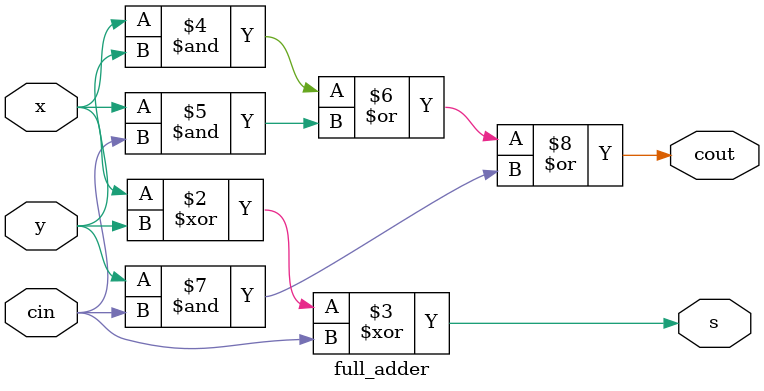
<source format=v>
`timescale 1ns / 1ps
module full_adder(x,y,cin,s,cout
    );

	input x,y,cin;
	output s,cout;
	
	
	reg s,cout;
	
	always@(x or y or cin)
	begin
		s=x^y^cin;
		cout=x & y | x & cin | y & cin;
	end
	
	
	

endmodule

</source>
